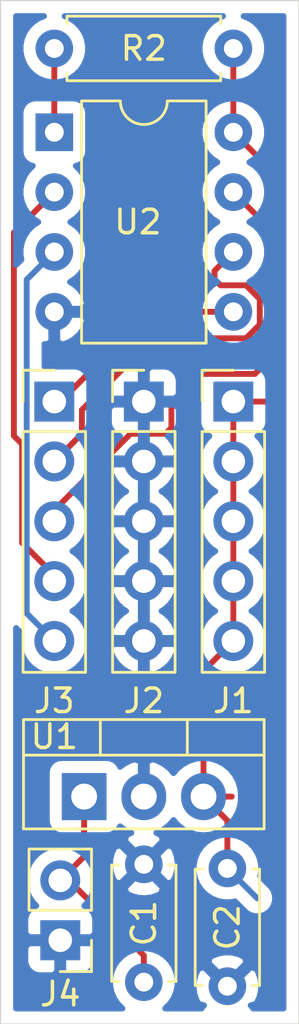
<source format=kicad_pcb>
(kicad_pcb (version 20171130) (host pcbnew 5.1.6+dfsg1-1)

  (general
    (thickness 1.6)
    (drawings 4)
    (tracks 54)
    (zones 0)
    (modules 9)
    (nets 10)
  )

  (page A4)
  (layers
    (0 F.Cu signal)
    (31 B.Cu signal)
    (32 B.Adhes user)
    (33 F.Adhes user)
    (34 B.Paste user)
    (35 F.Paste user)
    (36 B.SilkS user)
    (37 F.SilkS user)
    (38 B.Mask user)
    (39 F.Mask user)
    (40 Dwgs.User user)
    (41 Cmts.User user)
    (42 Eco1.User user)
    (43 Eco2.User user)
    (44 Edge.Cuts user)
    (45 Margin user)
    (46 B.CrtYd user)
    (47 F.CrtYd user)
    (48 B.Fab user)
    (49 F.Fab user)
  )

  (setup
    (last_trace_width 0.25)
    (trace_clearance 0.2)
    (zone_clearance 0.508)
    (zone_45_only no)
    (trace_min 0.2)
    (via_size 0.8)
    (via_drill 0.4)
    (via_min_size 0.508)
    (via_min_drill 0.254)
    (uvia_size 0.3)
    (uvia_drill 0.1)
    (uvias_allowed no)
    (uvia_min_size 0.2)
    (uvia_min_drill 0.1)
    (edge_width 0.05)
    (segment_width 0.2)
    (pcb_text_width 0.3)
    (pcb_text_size 1.5 1.5)
    (mod_edge_width 0.12)
    (mod_text_size 1 1)
    (mod_text_width 0.15)
    (pad_size 1.524 1.524)
    (pad_drill 0.762)
    (pad_to_mask_clearance 0.0508)
    (aux_axis_origin 0 0)
    (visible_elements FFFFFF7F)
    (pcbplotparams
      (layerselection 0x010fc_ffffffff)
      (usegerberextensions false)
      (usegerberattributes true)
      (usegerberadvancedattributes true)
      (creategerberjobfile true)
      (excludeedgelayer true)
      (linewidth 0.100000)
      (plotframeref false)
      (viasonmask false)
      (mode 1)
      (useauxorigin false)
      (hpglpennumber 1)
      (hpglpenspeed 20)
      (hpglpendiameter 15.000000)
      (psnegative false)
      (psa4output false)
      (plotreference true)
      (plotvalue true)
      (plotinvisibletext false)
      (padsonsilk false)
      (subtractmaskfromsilk false)
      (outputformat 1)
      (mirror false)
      (drillshape 1)
      (scaleselection 1)
      (outputdirectory ""))
  )

  (net 0 "")
  (net 1 VCC)
  (net 2 GND)
  (net 3 "Net-(C2-Pad1)")
  (net 4 "Net-(J3-Pad1)")
  (net 5 "Net-(J3-Pad2)")
  (net 6 "Net-(J3-Pad3)")
  (net 7 "Net-(J3-Pad4)")
  (net 8 "Net-(J3-Pad5)")
  (net 9 "Net-(R2-Pad2)")

  (net_class Default "This is the default net class."
    (clearance 0.2)
    (trace_width 0.25)
    (via_dia 0.8)
    (via_drill 0.4)
    (uvia_dia 0.3)
    (uvia_drill 0.1)
    (add_net GND)
    (add_net "Net-(C2-Pad1)")
    (add_net "Net-(J3-Pad1)")
    (add_net "Net-(J3-Pad2)")
    (add_net "Net-(J3-Pad3)")
    (add_net "Net-(J3-Pad4)")
    (add_net "Net-(J3-Pad5)")
    (add_net "Net-(R2-Pad2)")
    (add_net VCC)
  )

  (module Capacitor_THT:C_Disc_D4.7mm_W2.5mm_P5.00mm (layer F.Cu) (tedit 5AE50EF0) (tstamp 5ECF2234)
    (at 169.926 103.886 270)
    (descr "C, Disc series, Radial, pin pitch=5.00mm, , diameter*width=4.7*2.5mm^2, Capacitor, http://www.vishay.com/docs/45233/krseries.pdf")
    (tags "C Disc series Radial pin pitch 5.00mm  diameter 4.7mm width 2.5mm Capacitor")
    (path /5ECECADD)
    (fp_text reference C2 (at 2.5 0 90) (layer F.SilkS)
      (effects (font (size 1 1) (thickness 0.15)))
    )
    (fp_text value 0.1uF (at 2.286 -2.032 90) (layer F.Fab)
      (effects (font (size 1 1) (thickness 0.15)))
    )
    (fp_line (start 6.05 -1.5) (end -1.05 -1.5) (layer F.CrtYd) (width 0.05))
    (fp_line (start 6.05 1.5) (end 6.05 -1.5) (layer F.CrtYd) (width 0.05))
    (fp_line (start -1.05 1.5) (end 6.05 1.5) (layer F.CrtYd) (width 0.05))
    (fp_line (start -1.05 -1.5) (end -1.05 1.5) (layer F.CrtYd) (width 0.05))
    (fp_line (start 4.97 1.055) (end 4.97 1.37) (layer F.SilkS) (width 0.12))
    (fp_line (start 4.97 -1.37) (end 4.97 -1.055) (layer F.SilkS) (width 0.12))
    (fp_line (start 0.03 1.055) (end 0.03 1.37) (layer F.SilkS) (width 0.12))
    (fp_line (start 0.03 -1.37) (end 0.03 -1.055) (layer F.SilkS) (width 0.12))
    (fp_line (start 0.03 1.37) (end 4.97 1.37) (layer F.SilkS) (width 0.12))
    (fp_line (start 0.03 -1.37) (end 4.97 -1.37) (layer F.SilkS) (width 0.12))
    (fp_line (start 4.85 -1.25) (end 0.15 -1.25) (layer F.Fab) (width 0.1))
    (fp_line (start 4.85 1.25) (end 4.85 -1.25) (layer F.Fab) (width 0.1))
    (fp_line (start 0.15 1.25) (end 4.85 1.25) (layer F.Fab) (width 0.1))
    (fp_line (start 0.15 -1.25) (end 0.15 1.25) (layer F.Fab) (width 0.1))
    (fp_text user %R (at 2.5 0 90) (layer F.Fab)
      (effects (font (size 0.94 0.94) (thickness 0.141)))
    )
    (pad 2 thru_hole circle (at 5 0 270) (size 1.6 1.6) (drill 0.8) (layers *.Cu *.Mask)
      (net 2 GND))
    (pad 1 thru_hole circle (at 0 0 270) (size 1.6 1.6) (drill 0.8) (layers *.Cu *.Mask)
      (net 3 "Net-(C2-Pad1)"))
    (model ${KISYS3DMOD}/Capacitor_THT.3dshapes/C_Disc_D4.7mm_W2.5mm_P5.00mm.wrl
      (at (xyz 0 0 0))
      (scale (xyz 1 1 1))
      (rotate (xyz 0 0 0))
    )
  )

  (module Capacitor_THT:C_Disc_D4.7mm_W2.5mm_P5.00mm (layer F.Cu) (tedit 5AE50EF0) (tstamp 5ECF221F)
    (at 166.37 108.712 90)
    (descr "C, Disc series, Radial, pin pitch=5.00mm, , diameter*width=4.7*2.5mm^2, Capacitor, http://www.vishay.com/docs/45233/krseries.pdf")
    (tags "C Disc series Radial pin pitch 5.00mm  diameter 4.7mm width 2.5mm Capacitor")
    (path /5ECEC660)
    (fp_text reference C1 (at 2.5 0 90) (layer F.SilkS)
      (effects (font (size 1 1) (thickness 0.15)))
    )
    (fp_text value 0.33uF (at 2.286 -2.032 90) (layer F.Fab)
      (effects (font (size 1 1) (thickness 0.15)))
    )
    (fp_line (start 0.15 -1.25) (end 0.15 1.25) (layer F.Fab) (width 0.1))
    (fp_line (start 0.15 1.25) (end 4.85 1.25) (layer F.Fab) (width 0.1))
    (fp_line (start 4.85 1.25) (end 4.85 -1.25) (layer F.Fab) (width 0.1))
    (fp_line (start 4.85 -1.25) (end 0.15 -1.25) (layer F.Fab) (width 0.1))
    (fp_line (start 0.03 -1.37) (end 4.97 -1.37) (layer F.SilkS) (width 0.12))
    (fp_line (start 0.03 1.37) (end 4.97 1.37) (layer F.SilkS) (width 0.12))
    (fp_line (start 0.03 -1.37) (end 0.03 -1.055) (layer F.SilkS) (width 0.12))
    (fp_line (start 0.03 1.055) (end 0.03 1.37) (layer F.SilkS) (width 0.12))
    (fp_line (start 4.97 -1.37) (end 4.97 -1.055) (layer F.SilkS) (width 0.12))
    (fp_line (start 4.97 1.055) (end 4.97 1.37) (layer F.SilkS) (width 0.12))
    (fp_line (start -1.05 -1.5) (end -1.05 1.5) (layer F.CrtYd) (width 0.05))
    (fp_line (start -1.05 1.5) (end 6.05 1.5) (layer F.CrtYd) (width 0.05))
    (fp_line (start 6.05 1.5) (end 6.05 -1.5) (layer F.CrtYd) (width 0.05))
    (fp_line (start 6.05 -1.5) (end -1.05 -1.5) (layer F.CrtYd) (width 0.05))
    (fp_text user %R (at 2.5 0 90) (layer F.Fab)
      (effects (font (size 0.94 0.94) (thickness 0.141)))
    )
    (pad 1 thru_hole circle (at 0 0 90) (size 1.6 1.6) (drill 0.8) (layers *.Cu *.Mask)
      (net 1 VCC))
    (pad 2 thru_hole circle (at 5 0 90) (size 1.6 1.6) (drill 0.8) (layers *.Cu *.Mask)
      (net 2 GND))
    (model ${KISYS3DMOD}/Capacitor_THT.3dshapes/C_Disc_D4.7mm_W2.5mm_P5.00mm.wrl
      (at (xyz 0 0 0))
      (scale (xyz 1 1 1))
      (rotate (xyz 0 0 0))
    )
  )

  (module Connector_PinHeader_2.54mm:PinHeader_1x02_P2.54mm_Vertical (layer F.Cu) (tedit 59FED5CC) (tstamp 5ECF339B)
    (at 162.814 106.934 180)
    (descr "Through hole straight pin header, 1x02, 2.54mm pitch, single row")
    (tags "Through hole pin header THT 1x02 2.54mm single row")
    (path /5ED46EC3)
    (fp_text reference J4 (at 0 -2.286) (layer F.SilkS)
      (effects (font (size 1 1) (thickness 0.15)))
    )
    (fp_text value Power (at 0 4.87) (layer F.Fab)
      (effects (font (size 1 1) (thickness 0.15)))
    )
    (fp_line (start -0.635 -1.27) (end 1.27 -1.27) (layer F.Fab) (width 0.1))
    (fp_line (start 1.27 -1.27) (end 1.27 3.81) (layer F.Fab) (width 0.1))
    (fp_line (start 1.27 3.81) (end -1.27 3.81) (layer F.Fab) (width 0.1))
    (fp_line (start -1.27 3.81) (end -1.27 -0.635) (layer F.Fab) (width 0.1))
    (fp_line (start -1.27 -0.635) (end -0.635 -1.27) (layer F.Fab) (width 0.1))
    (fp_line (start -1.33 3.87) (end 1.33 3.87) (layer F.SilkS) (width 0.12))
    (fp_line (start -1.33 1.27) (end -1.33 3.87) (layer F.SilkS) (width 0.12))
    (fp_line (start 1.33 1.27) (end 1.33 3.87) (layer F.SilkS) (width 0.12))
    (fp_line (start -1.33 1.27) (end 1.33 1.27) (layer F.SilkS) (width 0.12))
    (fp_line (start -1.33 0) (end -1.33 -1.33) (layer F.SilkS) (width 0.12))
    (fp_line (start -1.33 -1.33) (end 0 -1.33) (layer F.SilkS) (width 0.12))
    (fp_line (start -1.8 -1.8) (end -1.8 4.35) (layer F.CrtYd) (width 0.05))
    (fp_line (start -1.8 4.35) (end 1.8 4.35) (layer F.CrtYd) (width 0.05))
    (fp_line (start 1.8 4.35) (end 1.8 -1.8) (layer F.CrtYd) (width 0.05))
    (fp_line (start 1.8 -1.8) (end -1.8 -1.8) (layer F.CrtYd) (width 0.05))
    (fp_text user %R (at 0 1.27 90) (layer F.Fab)
      (effects (font (size 1 1) (thickness 0.15)))
    )
    (pad 1 thru_hole rect (at 0 0 180) (size 1.7 1.7) (drill 1) (layers *.Cu *.Mask)
      (net 2 GND))
    (pad 2 thru_hole oval (at 0 2.54 180) (size 1.7 1.7) (drill 1) (layers *.Cu *.Mask)
      (net 1 VCC))
    (model ${KISYS3DMOD}/Connector_PinHeader_2.54mm.3dshapes/PinHeader_1x02_P2.54mm_Vertical.wrl
      (at (xyz 0 0 0))
      (scale (xyz 1 1 1))
      (rotate (xyz 0 0 0))
    )
  )

  (module Package_DIP:DIP-8_W7.62mm (layer F.Cu) (tedit 5A02E8C5) (tstamp 5ECF2314)
    (at 162.56 72.644)
    (descr "8-lead though-hole mounted DIP package, row spacing 7.62 mm (300 mils)")
    (tags "THT DIP DIL PDIP 2.54mm 7.62mm 300mil")
    (path /5ECEAEF4)
    (fp_text reference U2 (at 3.556 3.81) (layer F.SilkS)
      (effects (font (size 1 1) (thickness 0.15)))
    )
    (fp_text value ATtiny85-20PU (at 4.064 3.81 90) (layer F.Fab)
      (effects (font (size 1 1) (thickness 0.15)))
    )
    (fp_line (start 1.635 -1.27) (end 6.985 -1.27) (layer F.Fab) (width 0.1))
    (fp_line (start 6.985 -1.27) (end 6.985 8.89) (layer F.Fab) (width 0.1))
    (fp_line (start 6.985 8.89) (end 0.635 8.89) (layer F.Fab) (width 0.1))
    (fp_line (start 0.635 8.89) (end 0.635 -0.27) (layer F.Fab) (width 0.1))
    (fp_line (start 0.635 -0.27) (end 1.635 -1.27) (layer F.Fab) (width 0.1))
    (fp_line (start 2.81 -1.33) (end 1.16 -1.33) (layer F.SilkS) (width 0.12))
    (fp_line (start 1.16 -1.33) (end 1.16 8.95) (layer F.SilkS) (width 0.12))
    (fp_line (start 1.16 8.95) (end 6.46 8.95) (layer F.SilkS) (width 0.12))
    (fp_line (start 6.46 8.95) (end 6.46 -1.33) (layer F.SilkS) (width 0.12))
    (fp_line (start 6.46 -1.33) (end 4.81 -1.33) (layer F.SilkS) (width 0.12))
    (fp_line (start -1.1 -1.55) (end -1.1 9.15) (layer F.CrtYd) (width 0.05))
    (fp_line (start -1.1 9.15) (end 8.7 9.15) (layer F.CrtYd) (width 0.05))
    (fp_line (start 8.7 9.15) (end 8.7 -1.55) (layer F.CrtYd) (width 0.05))
    (fp_line (start 8.7 -1.55) (end -1.1 -1.55) (layer F.CrtYd) (width 0.05))
    (fp_arc (start 3.81 -1.33) (end 2.81 -1.33) (angle -180) (layer F.SilkS) (width 0.12))
    (pad 1 thru_hole rect (at 0 0) (size 1.6 1.6) (drill 0.8) (layers *.Cu *.Mask)
      (net 9 "Net-(R2-Pad2)"))
    (pad 5 thru_hole oval (at 7.62 7.62) (size 1.6 1.6) (drill 0.8) (layers *.Cu *.Mask)
      (net 4 "Net-(J3-Pad1)"))
    (pad 2 thru_hole oval (at 0 2.54) (size 1.6 1.6) (drill 0.8) (layers *.Cu *.Mask)
      (net 7 "Net-(J3-Pad4)"))
    (pad 6 thru_hole oval (at 7.62 5.08) (size 1.6 1.6) (drill 0.8) (layers *.Cu *.Mask)
      (net 5 "Net-(J3-Pad2)"))
    (pad 3 thru_hole oval (at 0 5.08) (size 1.6 1.6) (drill 0.8) (layers *.Cu *.Mask)
      (net 8 "Net-(J3-Pad5)"))
    (pad 7 thru_hole oval (at 7.62 2.54) (size 1.6 1.6) (drill 0.8) (layers *.Cu *.Mask)
      (net 6 "Net-(J3-Pad3)"))
    (pad 4 thru_hole oval (at 0 7.62) (size 1.6 1.6) (drill 0.8) (layers *.Cu *.Mask)
      (net 2 GND))
    (pad 8 thru_hole oval (at 7.62 0) (size 1.6 1.6) (drill 0.8) (layers *.Cu *.Mask)
      (net 3 "Net-(C2-Pad1)"))
    (model ${KISYS3DMOD}/Package_DIP.3dshapes/DIP-8_W7.62mm.wrl
      (at (xyz 0 0 0))
      (scale (xyz 1 1 1))
      (rotate (xyz 0 0 0))
    )
  )

  (module Package_TO_SOT_THT:TO-220-3_Vertical (layer F.Cu) (tedit 5AC8BA0D) (tstamp 5ECF22F8)
    (at 163.83 100.838)
    (descr "TO-220-3, Vertical, RM 2.54mm, see https://www.vishay.com/docs/66542/to-220-1.pdf")
    (tags "TO-220-3 Vertical RM 2.54mm")
    (path /5ECEA51E)
    (fp_text reference U1 (at -1.27 -2.54) (layer F.SilkS)
      (effects (font (size 1 1) (thickness 0.15)))
    )
    (fp_text value L7805 (at 2.286 -2.54) (layer F.Fab)
      (effects (font (size 1 1) (thickness 0.15)))
    )
    (fp_line (start -2.46 -3.15) (end -2.46 1.25) (layer F.Fab) (width 0.1))
    (fp_line (start -2.46 1.25) (end 7.54 1.25) (layer F.Fab) (width 0.1))
    (fp_line (start 7.54 1.25) (end 7.54 -3.15) (layer F.Fab) (width 0.1))
    (fp_line (start 7.54 -3.15) (end -2.46 -3.15) (layer F.Fab) (width 0.1))
    (fp_line (start -2.46 -1.88) (end 7.54 -1.88) (layer F.Fab) (width 0.1))
    (fp_line (start 0.69 -3.15) (end 0.69 -1.88) (layer F.Fab) (width 0.1))
    (fp_line (start 4.39 -3.15) (end 4.39 -1.88) (layer F.Fab) (width 0.1))
    (fp_line (start -2.58 -3.27) (end 7.66 -3.27) (layer F.SilkS) (width 0.12))
    (fp_line (start -2.58 1.371) (end 7.66 1.371) (layer F.SilkS) (width 0.12))
    (fp_line (start -2.58 -3.27) (end -2.58 1.371) (layer F.SilkS) (width 0.12))
    (fp_line (start 7.66 -3.27) (end 7.66 1.371) (layer F.SilkS) (width 0.12))
    (fp_line (start -2.58 -1.76) (end 7.66 -1.76) (layer F.SilkS) (width 0.12))
    (fp_line (start 0.69 -3.27) (end 0.69 -1.76) (layer F.SilkS) (width 0.12))
    (fp_line (start 4.391 -3.27) (end 4.391 -1.76) (layer F.SilkS) (width 0.12))
    (fp_line (start -2.71 -3.4) (end -2.71 1.51) (layer F.CrtYd) (width 0.05))
    (fp_line (start -2.71 1.51) (end 7.79 1.51) (layer F.CrtYd) (width 0.05))
    (fp_line (start 7.79 1.51) (end 7.79 -3.4) (layer F.CrtYd) (width 0.05))
    (fp_line (start 7.79 -3.4) (end -2.71 -3.4) (layer F.CrtYd) (width 0.05))
    (fp_text user %R (at 2.54 -4.27) (layer F.Fab)
      (effects (font (size 1 1) (thickness 0.15)))
    )
    (pad 1 thru_hole rect (at 0 0) (size 1.905 2) (drill 1.1) (layers *.Cu *.Mask)
      (net 1 VCC))
    (pad 2 thru_hole oval (at 2.54 0) (size 1.905 2) (drill 1.1) (layers *.Cu *.Mask)
      (net 2 GND))
    (pad 3 thru_hole oval (at 5.08 0) (size 1.905 2) (drill 1.1) (layers *.Cu *.Mask)
      (net 3 "Net-(C2-Pad1)"))
    (model ${KISYS3DMOD}/Package_TO_SOT_THT.3dshapes/TO-220-3_Vertical.wrl
      (at (xyz 0 0 0))
      (scale (xyz 1 1 1))
      (rotate (xyz 0 0 0))
    )
  )

  (module Connector_PinHeader_2.54mm:PinHeader_1x05_P2.54mm_Vertical (layer F.Cu) (tedit 59FED5CC) (tstamp 5ECF225F)
    (at 170.18 84.074)
    (descr "Through hole straight pin header, 1x05, 2.54mm pitch, single row")
    (tags "Through hole pin header THT 1x05 2.54mm single row")
    (path /5ED2BBB8)
    (fp_text reference J1 (at 0 12.7) (layer F.SilkS)
      (effects (font (size 1 1) (thickness 0.15)))
    )
    (fp_text value 5v (at 0 12.49) (layer F.Fab)
      (effects (font (size 1 1) (thickness 0.15)))
    )
    (fp_line (start -0.635 -1.27) (end 1.27 -1.27) (layer F.Fab) (width 0.1))
    (fp_line (start 1.27 -1.27) (end 1.27 11.43) (layer F.Fab) (width 0.1))
    (fp_line (start 1.27 11.43) (end -1.27 11.43) (layer F.Fab) (width 0.1))
    (fp_line (start -1.27 11.43) (end -1.27 -0.635) (layer F.Fab) (width 0.1))
    (fp_line (start -1.27 -0.635) (end -0.635 -1.27) (layer F.Fab) (width 0.1))
    (fp_line (start -1.33 11.49) (end 1.33 11.49) (layer F.SilkS) (width 0.12))
    (fp_line (start -1.33 1.27) (end -1.33 11.49) (layer F.SilkS) (width 0.12))
    (fp_line (start 1.33 1.27) (end 1.33 11.49) (layer F.SilkS) (width 0.12))
    (fp_line (start -1.33 1.27) (end 1.33 1.27) (layer F.SilkS) (width 0.12))
    (fp_line (start -1.33 0) (end -1.33 -1.33) (layer F.SilkS) (width 0.12))
    (fp_line (start -1.33 -1.33) (end 0 -1.33) (layer F.SilkS) (width 0.12))
    (fp_line (start -1.8 -1.8) (end -1.8 11.95) (layer F.CrtYd) (width 0.05))
    (fp_line (start -1.8 11.95) (end 1.8 11.95) (layer F.CrtYd) (width 0.05))
    (fp_line (start 1.8 11.95) (end 1.8 -1.8) (layer F.CrtYd) (width 0.05))
    (fp_line (start 1.8 -1.8) (end -1.8 -1.8) (layer F.CrtYd) (width 0.05))
    (fp_text user %R (at 0 5.08 90) (layer F.Fab)
      (effects (font (size 1 1) (thickness 0.15)))
    )
    (pad 1 thru_hole rect (at 0 0) (size 1.7 1.7) (drill 1) (layers *.Cu *.Mask)
      (net 3 "Net-(C2-Pad1)"))
    (pad 2 thru_hole oval (at 0 2.54) (size 1.7 1.7) (drill 1) (layers *.Cu *.Mask)
      (net 3 "Net-(C2-Pad1)"))
    (pad 3 thru_hole oval (at 0 5.08) (size 1.7 1.7) (drill 1) (layers *.Cu *.Mask)
      (net 3 "Net-(C2-Pad1)"))
    (pad 4 thru_hole oval (at 0 7.62) (size 1.7 1.7) (drill 1) (layers *.Cu *.Mask)
      (net 3 "Net-(C2-Pad1)"))
    (pad 5 thru_hole oval (at 0 10.16) (size 1.7 1.7) (drill 1) (layers *.Cu *.Mask)
      (net 3 "Net-(C2-Pad1)"))
    (model ${KISYS3DMOD}/Connector_PinHeader_2.54mm.3dshapes/PinHeader_1x05_P2.54mm_Vertical.wrl
      (at (xyz 0 0 0))
      (scale (xyz 1 1 1))
      (rotate (xyz 0 0 0))
    )
  )

  (module Connector_PinHeader_2.54mm:PinHeader_1x05_P2.54mm_Vertical (layer F.Cu) (tedit 59FED5CC) (tstamp 5ECF2278)
    (at 166.37 84.074)
    (descr "Through hole straight pin header, 1x05, 2.54mm pitch, single row")
    (tags "Through hole pin header THT 1x05 2.54mm single row")
    (path /5ED27EBA)
    (fp_text reference J2 (at 0 12.7) (layer F.SilkS)
      (effects (font (size 1 1) (thickness 0.15)))
    )
    (fp_text value GND (at 0 12.49) (layer F.Fab)
      (effects (font (size 1 1) (thickness 0.15)))
    )
    (fp_line (start 1.8 -1.8) (end -1.8 -1.8) (layer F.CrtYd) (width 0.05))
    (fp_line (start 1.8 11.95) (end 1.8 -1.8) (layer F.CrtYd) (width 0.05))
    (fp_line (start -1.8 11.95) (end 1.8 11.95) (layer F.CrtYd) (width 0.05))
    (fp_line (start -1.8 -1.8) (end -1.8 11.95) (layer F.CrtYd) (width 0.05))
    (fp_line (start -1.33 -1.33) (end 0 -1.33) (layer F.SilkS) (width 0.12))
    (fp_line (start -1.33 0) (end -1.33 -1.33) (layer F.SilkS) (width 0.12))
    (fp_line (start -1.33 1.27) (end 1.33 1.27) (layer F.SilkS) (width 0.12))
    (fp_line (start 1.33 1.27) (end 1.33 11.49) (layer F.SilkS) (width 0.12))
    (fp_line (start -1.33 1.27) (end -1.33 11.49) (layer F.SilkS) (width 0.12))
    (fp_line (start -1.33 11.49) (end 1.33 11.49) (layer F.SilkS) (width 0.12))
    (fp_line (start -1.27 -0.635) (end -0.635 -1.27) (layer F.Fab) (width 0.1))
    (fp_line (start -1.27 11.43) (end -1.27 -0.635) (layer F.Fab) (width 0.1))
    (fp_line (start 1.27 11.43) (end -1.27 11.43) (layer F.Fab) (width 0.1))
    (fp_line (start 1.27 -1.27) (end 1.27 11.43) (layer F.Fab) (width 0.1))
    (fp_line (start -0.635 -1.27) (end 1.27 -1.27) (layer F.Fab) (width 0.1))
    (fp_text user %R (at 0 5.08 90) (layer F.Fab)
      (effects (font (size 1 1) (thickness 0.15)))
    )
    (pad 5 thru_hole oval (at 0 10.16) (size 1.7 1.7) (drill 1) (layers *.Cu *.Mask)
      (net 2 GND))
    (pad 4 thru_hole oval (at 0 7.62) (size 1.7 1.7) (drill 1) (layers *.Cu *.Mask)
      (net 2 GND))
    (pad 3 thru_hole oval (at 0 5.08) (size 1.7 1.7) (drill 1) (layers *.Cu *.Mask)
      (net 2 GND))
    (pad 2 thru_hole oval (at 0 2.54) (size 1.7 1.7) (drill 1) (layers *.Cu *.Mask)
      (net 2 GND))
    (pad 1 thru_hole rect (at 0 0) (size 1.7 1.7) (drill 1) (layers *.Cu *.Mask)
      (net 2 GND))
    (model ${KISYS3DMOD}/Connector_PinHeader_2.54mm.3dshapes/PinHeader_1x05_P2.54mm_Vertical.wrl
      (at (xyz 0 0 0))
      (scale (xyz 1 1 1))
      (rotate (xyz 0 0 0))
    )
  )

  (module Connector_PinHeader_2.54mm:PinHeader_1x05_P2.54mm_Vertical (layer F.Cu) (tedit 59FED5CC) (tstamp 5ECF2291)
    (at 162.56 84.074)
    (descr "Through hole straight pin header, 1x05, 2.54mm pitch, single row")
    (tags "Through hole pin header THT 1x05 2.54mm single row")
    (path /5ED0B265)
    (fp_text reference J3 (at 0 12.7) (layer F.SilkS)
      (effects (font (size 1 1) (thickness 0.15)))
    )
    (fp_text value GPIO (at 0 12.49) (layer F.Fab)
      (effects (font (size 1 1) (thickness 0.15)))
    )
    (fp_line (start -0.635 -1.27) (end 1.27 -1.27) (layer F.Fab) (width 0.1))
    (fp_line (start 1.27 -1.27) (end 1.27 11.43) (layer F.Fab) (width 0.1))
    (fp_line (start 1.27 11.43) (end -1.27 11.43) (layer F.Fab) (width 0.1))
    (fp_line (start -1.27 11.43) (end -1.27 -0.635) (layer F.Fab) (width 0.1))
    (fp_line (start -1.27 -0.635) (end -0.635 -1.27) (layer F.Fab) (width 0.1))
    (fp_line (start -1.33 11.49) (end 1.33 11.49) (layer F.SilkS) (width 0.12))
    (fp_line (start -1.33 1.27) (end -1.33 11.49) (layer F.SilkS) (width 0.12))
    (fp_line (start 1.33 1.27) (end 1.33 11.49) (layer F.SilkS) (width 0.12))
    (fp_line (start -1.33 1.27) (end 1.33 1.27) (layer F.SilkS) (width 0.12))
    (fp_line (start -1.33 0) (end -1.33 -1.33) (layer F.SilkS) (width 0.12))
    (fp_line (start -1.33 -1.33) (end 0 -1.33) (layer F.SilkS) (width 0.12))
    (fp_line (start -1.8 -1.8) (end -1.8 11.95) (layer F.CrtYd) (width 0.05))
    (fp_line (start -1.8 11.95) (end 1.8 11.95) (layer F.CrtYd) (width 0.05))
    (fp_line (start 1.8 11.95) (end 1.8 -1.8) (layer F.CrtYd) (width 0.05))
    (fp_line (start 1.8 -1.8) (end -1.8 -1.8) (layer F.CrtYd) (width 0.05))
    (fp_text user %R (at 0 5.08 90) (layer F.Fab)
      (effects (font (size 1 1) (thickness 0.15)))
    )
    (pad 1 thru_hole rect (at 0 0) (size 1.7 1.7) (drill 1) (layers *.Cu *.Mask)
      (net 4 "Net-(J3-Pad1)"))
    (pad 2 thru_hole oval (at 0 2.54) (size 1.7 1.7) (drill 1) (layers *.Cu *.Mask)
      (net 5 "Net-(J3-Pad2)"))
    (pad 3 thru_hole oval (at 0 5.08) (size 1.7 1.7) (drill 1) (layers *.Cu *.Mask)
      (net 6 "Net-(J3-Pad3)"))
    (pad 4 thru_hole oval (at 0 7.62) (size 1.7 1.7) (drill 1) (layers *.Cu *.Mask)
      (net 7 "Net-(J3-Pad4)"))
    (pad 5 thru_hole oval (at 0 10.16) (size 1.7 1.7) (drill 1) (layers *.Cu *.Mask)
      (net 8 "Net-(J3-Pad5)"))
    (model ${KISYS3DMOD}/Connector_PinHeader_2.54mm.3dshapes/PinHeader_1x05_P2.54mm_Vertical.wrl
      (at (xyz 0 0 0))
      (scale (xyz 1 1 1))
      (rotate (xyz 0 0 0))
    )
  )

  (module Resistor_THT:R_Axial_DIN0207_L6.3mm_D2.5mm_P7.62mm_Horizontal (layer F.Cu) (tedit 5AE5139B) (tstamp 5ECF22BF)
    (at 170.18 69.088 180)
    (descr "Resistor, Axial_DIN0207 series, Axial, Horizontal, pin pitch=7.62mm, 0.25W = 1/4W, length*diameter=6.3*2.5mm^2, http://cdn-reichelt.de/documents/datenblatt/B400/1_4W%23YAG.pdf")
    (tags "Resistor Axial_DIN0207 series Axial Horizontal pin pitch 7.62mm 0.25W = 1/4W length 6.3mm diameter 2.5mm")
    (path /5ECED0A5)
    (fp_text reference R2 (at 3.81 0) (layer F.SilkS)
      (effects (font (size 1 1) (thickness 0.15)))
    )
    (fp_text value 10K (at 2.794 0) (layer F.Fab)
      (effects (font (size 1 1) (thickness 0.15)))
    )
    (fp_line (start 0.66 -1.25) (end 0.66 1.25) (layer F.Fab) (width 0.1))
    (fp_line (start 0.66 1.25) (end 6.96 1.25) (layer F.Fab) (width 0.1))
    (fp_line (start 6.96 1.25) (end 6.96 -1.25) (layer F.Fab) (width 0.1))
    (fp_line (start 6.96 -1.25) (end 0.66 -1.25) (layer F.Fab) (width 0.1))
    (fp_line (start 0 0) (end 0.66 0) (layer F.Fab) (width 0.1))
    (fp_line (start 7.62 0) (end 6.96 0) (layer F.Fab) (width 0.1))
    (fp_line (start 0.54 -1.04) (end 0.54 -1.37) (layer F.SilkS) (width 0.12))
    (fp_line (start 0.54 -1.37) (end 7.08 -1.37) (layer F.SilkS) (width 0.12))
    (fp_line (start 7.08 -1.37) (end 7.08 -1.04) (layer F.SilkS) (width 0.12))
    (fp_line (start 0.54 1.04) (end 0.54 1.37) (layer F.SilkS) (width 0.12))
    (fp_line (start 0.54 1.37) (end 7.08 1.37) (layer F.SilkS) (width 0.12))
    (fp_line (start 7.08 1.37) (end 7.08 1.04) (layer F.SilkS) (width 0.12))
    (fp_line (start -1.05 -1.5) (end -1.05 1.5) (layer F.CrtYd) (width 0.05))
    (fp_line (start -1.05 1.5) (end 8.67 1.5) (layer F.CrtYd) (width 0.05))
    (fp_line (start 8.67 1.5) (end 8.67 -1.5) (layer F.CrtYd) (width 0.05))
    (fp_line (start 8.67 -1.5) (end -1.05 -1.5) (layer F.CrtYd) (width 0.05))
    (fp_text user %R (at 5.334 0 180) (layer F.Fab)
      (effects (font (size 1 1) (thickness 0.15)))
    )
    (pad 1 thru_hole circle (at 0 0 180) (size 1.6 1.6) (drill 0.8) (layers *.Cu *.Mask)
      (net 3 "Net-(C2-Pad1)"))
    (pad 2 thru_hole oval (at 7.62 0 180) (size 1.6 1.6) (drill 0.8) (layers *.Cu *.Mask)
      (net 9 "Net-(R2-Pad2)"))
    (model ${KISYS3DMOD}/Resistor_THT.3dshapes/R_Axial_DIN0207_L6.3mm_D2.5mm_P7.62mm_Horizontal.wrl
      (at (xyz 0 0 0))
      (scale (xyz 1 1 1))
      (rotate (xyz 0 0 0))
    )
  )

  (gr_line (start 160.274 110.49) (end 160.274 67.056) (layer Edge.Cuts) (width 0.05) (tstamp 5ECFE137))
  (gr_line (start 172.974 110.49) (end 160.274 110.49) (layer Edge.Cuts) (width 0.05))
  (gr_line (start 172.974 67.056) (end 172.974 110.49) (layer Edge.Cuts) (width 0.05))
  (gr_line (start 160.274 67.056) (end 172.974 67.056) (layer Edge.Cuts) (width 0.05))

  (segment (start 163.18337 104.394) (end 162.814 104.394) (width 0.25) (layer F.Cu) (net 1))
  (segment (start 166.37 107.58063) (end 163.18337 104.394) (width 0.25) (layer F.Cu) (net 1))
  (segment (start 166.37 108.712) (end 166.37 107.58063) (width 0.25) (layer F.Cu) (net 1))
  (segment (start 163.83 103.378) (end 162.814 104.394) (width 0.25) (layer F.Cu) (net 1))
  (segment (start 163.83 100.838) (end 163.83 103.378) (width 0.25) (layer F.Cu) (net 1))
  (segment (start 170.18 104.14) (end 171.196 105.156) (width 0.25) (layer B.Cu) (net 3))
  (segment (start 170.18 69.088) (end 170.18 72.644) (width 0.25) (layer F.Cu) (net 3))
  (segment (start 169.926 101.854) (end 168.91 100.838) (width 0.25) (layer F.Cu) (net 3))
  (segment (start 169.926 103.886) (end 169.926 101.854) (width 0.25) (layer F.Cu) (net 3))
  (segment (start 170.979999 73.443999) (end 170.18 72.644) (width 0.25) (layer F.Cu) (net 3))
  (segment (start 172.205023 74.669023) (end 170.979999 73.443999) (width 0.25) (layer F.Cu) (net 3))
  (segment (start 168.91 100.838) (end 170.1125 100.838) (width 0.25) (layer F.Cu) (net 3))
  (segment (start 168.91 95.504) (end 170.18 94.234) (width 0.25) (layer F.Cu) (net 3))
  (segment (start 168.91 100.838) (end 168.91 95.504) (width 0.25) (layer F.Cu) (net 3))
  (segment (start 170.18 94.234) (end 170.18 91.694) (width 0.25) (layer F.Cu) (net 3))
  (segment (start 170.18 91.694) (end 170.18 89.154) (width 0.25) (layer F.Cu) (net 3))
  (segment (start 170.18 84.074) (end 170.18 86.614) (width 0.25) (layer F.Cu) (net 3))
  (segment (start 170.18 89.154) (end 170.18 86.614) (width 0.25) (layer F.Cu) (net 3))
  (segment (start 171.704 84.074) (end 172.205023 83.572977) (width 0.25) (layer F.Cu) (net 3))
  (segment (start 170.18 84.074) (end 171.704 84.074) (width 0.25) (layer F.Cu) (net 3))
  (segment (start 172.205023 83.572977) (end 172.205023 74.669023) (width 0.25) (layer F.Cu) (net 3))
  (segment (start 166.624 80.264) (end 162.814 84.074) (width 0.25) (layer F.Cu) (net 4))
  (segment (start 170.18 80.264) (end 166.624 80.264) (width 0.25) (layer F.Cu) (net 4))
  (segment (start 170.720001 81.389001) (end 166.769997 81.389001) (width 0.25) (layer F.Cu) (net 5))
  (segment (start 171.305001 80.804001) (end 170.720001 81.389001) (width 0.25) (layer F.Cu) (net 5))
  (segment (start 171.305001 79.723999) (end 171.305001 80.804001) (width 0.25) (layer F.Cu) (net 5))
  (segment (start 170.720001 79.138999) (end 171.305001 79.723999) (width 0.25) (layer F.Cu) (net 5))
  (segment (start 169.639999 79.138999) (end 170.720001 79.138999) (width 0.25) (layer F.Cu) (net 5))
  (segment (start 169.380001 78.523999) (end 169.380001 78.879001) (width 0.25) (layer F.Cu) (net 5))
  (segment (start 170.18 77.724) (end 169.380001 78.523999) (width 0.25) (layer F.Cu) (net 5))
  (segment (start 163.735001 84.423997) (end 163.735001 85.438999) (width 0.25) (layer F.Cu) (net 5))
  (segment (start 166.769997 81.389001) (end 163.735001 84.423997) (width 0.25) (layer F.Cu) (net 5))
  (segment (start 169.380001 78.879001) (end 169.639999 79.138999) (width 0.25) (layer F.Cu) (net 5))
  (segment (start 163.735001 85.438999) (end 162.56 86.614) (width 0.25) (layer F.Cu) (net 5))
  (segment (start 171.755012 76.759012) (end 171.755012 82.244988) (width 0.25) (layer F.Cu) (net 6))
  (segment (start 168.815999 82.898999) (end 167.545001 84.169997) (width 0.25) (layer F.Cu) (net 6))
  (segment (start 170.18 75.184) (end 171.755012 76.759012) (width 0.25) (layer F.Cu) (net 6))
  (segment (start 167.545001 84.169997) (end 167.545001 85.184001) (width 0.25) (layer F.Cu) (net 6))
  (segment (start 165.805999 85.438999) (end 162.814 88.430998) (width 0.25) (layer F.Cu) (net 6))
  (segment (start 167.545001 85.184001) (end 167.290003 85.438999) (width 0.25) (layer F.Cu) (net 6))
  (segment (start 167.290003 85.438999) (end 165.805999 85.438999) (width 0.25) (layer F.Cu) (net 6))
  (segment (start 171.101001 82.898999) (end 168.815999 82.898999) (width 0.25) (layer F.Cu) (net 6))
  (segment (start 171.755012 82.244988) (end 171.101001 82.898999) (width 0.25) (layer F.Cu) (net 6))
  (segment (start 162.814 88.430998) (end 162.814 89.154) (width 0.25) (layer F.Cu) (net 6))
  (segment (start 161.188988 90.068988) (end 161.964001 90.844001) (width 0.25) (layer F.Cu) (net 7))
  (segment (start 162.56 75.184) (end 160.839989 76.904011) (width 0.25) (layer F.Cu) (net 7))
  (segment (start 160.839989 76.904011) (end 160.839989 85.5304) (width 0.25) (layer F.Cu) (net 7))
  (segment (start 160.839989 85.5304) (end 161.188988 85.879399) (width 0.25) (layer F.Cu) (net 7))
  (segment (start 161.188988 85.879399) (end 161.188988 90.068988) (width 0.25) (layer F.Cu) (net 7))
  (segment (start 161.964001 90.844001) (end 162.814 91.694) (width 0.25) (layer F.Cu) (net 7))
  (segment (start 161.384999 93.058999) (end 162.56 94.234) (width 0.25) (layer B.Cu) (net 8))
  (segment (start 161.384999 78.899001) (end 161.384999 93.058999) (width 0.25) (layer B.Cu) (net 8))
  (segment (start 162.56 77.724) (end 161.384999 78.899001) (width 0.25) (layer B.Cu) (net 8))
  (segment (start 162.56 72.644) (end 162.56 69.088) (width 0.25) (layer F.Cu) (net 9))

  (zone (net 2) (net_name GND) (layer B.Cu) (tstamp 5ECFE482) (hatch edge 0.508)
    (connect_pads (clearance 0.508))
    (min_thickness 0.254)
    (fill yes (arc_segments 32) (thermal_gap 0.508) (thermal_bridge_width 0.508))
    (polygon
      (pts
        (xy 172.974 110.49) (xy 160.528 110.49) (xy 160.274 67.056) (xy 172.974 67.056)
      )
    )
    (filled_polygon
      (pts
        (xy 161.880273 67.81632) (xy 161.645241 67.973363) (xy 161.445363 68.173241) (xy 161.28832 68.408273) (xy 161.180147 68.669426)
        (xy 161.125 68.946665) (xy 161.125 69.229335) (xy 161.180147 69.506574) (xy 161.28832 69.767727) (xy 161.445363 70.002759)
        (xy 161.645241 70.202637) (xy 161.880273 70.35968) (xy 162.141426 70.467853) (xy 162.418665 70.523) (xy 162.701335 70.523)
        (xy 162.978574 70.467853) (xy 163.239727 70.35968) (xy 163.474759 70.202637) (xy 163.674637 70.002759) (xy 163.83168 69.767727)
        (xy 163.939853 69.506574) (xy 163.995 69.229335) (xy 163.995 68.946665) (xy 163.939853 68.669426) (xy 163.83168 68.408273)
        (xy 163.674637 68.173241) (xy 163.474759 67.973363) (xy 163.239727 67.81632) (xy 162.997533 67.716) (xy 169.742467 67.716)
        (xy 169.500273 67.81632) (xy 169.265241 67.973363) (xy 169.065363 68.173241) (xy 168.90832 68.408273) (xy 168.800147 68.669426)
        (xy 168.745 68.946665) (xy 168.745 69.229335) (xy 168.800147 69.506574) (xy 168.90832 69.767727) (xy 169.065363 70.002759)
        (xy 169.265241 70.202637) (xy 169.500273 70.35968) (xy 169.761426 70.467853) (xy 170.038665 70.523) (xy 170.321335 70.523)
        (xy 170.598574 70.467853) (xy 170.859727 70.35968) (xy 171.094759 70.202637) (xy 171.294637 70.002759) (xy 171.45168 69.767727)
        (xy 171.559853 69.506574) (xy 171.615 69.229335) (xy 171.615 68.946665) (xy 171.559853 68.669426) (xy 171.45168 68.408273)
        (xy 171.294637 68.173241) (xy 171.094759 67.973363) (xy 170.859727 67.81632) (xy 170.617533 67.716) (xy 172.314 67.716)
        (xy 172.314001 109.83) (xy 171.020347 109.83) (xy 171.034977 109.81537) (xy 170.918704 109.699097) (xy 171.162671 109.627514)
        (xy 171.283571 109.372004) (xy 171.3523 109.097816) (xy 171.366217 108.815488) (xy 171.324787 108.53587) (xy 171.229603 108.269708)
        (xy 171.162671 108.144486) (xy 170.918702 108.072903) (xy 170.105605 108.886) (xy 170.119748 108.900143) (xy 169.940143 109.079748)
        (xy 169.926 109.065605) (xy 169.911858 109.079748) (xy 169.732253 108.900143) (xy 169.746395 108.886) (xy 168.933298 108.072903)
        (xy 168.689329 108.144486) (xy 168.568429 108.399996) (xy 168.4997 108.674184) (xy 168.485783 108.956512) (xy 168.527213 109.23613)
        (xy 168.622397 109.502292) (xy 168.689329 109.627514) (xy 168.933296 109.699097) (xy 168.817023 109.81537) (xy 168.831653 109.83)
        (xy 167.279726 109.83) (xy 167.284759 109.826637) (xy 167.484637 109.626759) (xy 167.64168 109.391727) (xy 167.749853 109.130574)
        (xy 167.805 108.853335) (xy 167.805 108.570665) (xy 167.749853 108.293426) (xy 167.64168 108.032273) (xy 167.548821 107.893298)
        (xy 169.112903 107.893298) (xy 169.926 108.706395) (xy 170.739097 107.893298) (xy 170.667514 107.649329) (xy 170.412004 107.528429)
        (xy 170.137816 107.4597) (xy 169.855488 107.445783) (xy 169.57587 107.487213) (xy 169.309708 107.582397) (xy 169.184486 107.649329)
        (xy 169.112903 107.893298) (xy 167.548821 107.893298) (xy 167.484637 107.797241) (xy 167.284759 107.597363) (xy 167.049727 107.44032)
        (xy 166.788574 107.332147) (xy 166.511335 107.277) (xy 166.228665 107.277) (xy 165.951426 107.332147) (xy 165.690273 107.44032)
        (xy 165.455241 107.597363) (xy 165.255363 107.797241) (xy 165.09832 108.032273) (xy 164.990147 108.293426) (xy 164.935 108.570665)
        (xy 164.935 108.853335) (xy 164.990147 109.130574) (xy 165.09832 109.391727) (xy 165.255363 109.626759) (xy 165.455241 109.826637)
        (xy 165.460274 109.83) (xy 160.934 109.83) (xy 160.934 107.784) (xy 161.325928 107.784) (xy 161.338188 107.908482)
        (xy 161.374498 108.02818) (xy 161.433463 108.138494) (xy 161.512815 108.235185) (xy 161.609506 108.314537) (xy 161.71982 108.373502)
        (xy 161.839518 108.409812) (xy 161.964 108.422072) (xy 162.52825 108.419) (xy 162.687 108.26025) (xy 162.687 107.061)
        (xy 162.941 107.061) (xy 162.941 108.26025) (xy 163.09975 108.419) (xy 163.664 108.422072) (xy 163.788482 108.409812)
        (xy 163.90818 108.373502) (xy 164.018494 108.314537) (xy 164.115185 108.235185) (xy 164.194537 108.138494) (xy 164.253502 108.02818)
        (xy 164.289812 107.908482) (xy 164.302072 107.784) (xy 164.299 107.21975) (xy 164.14025 107.061) (xy 162.941 107.061)
        (xy 162.687 107.061) (xy 161.48775 107.061) (xy 161.329 107.21975) (xy 161.325928 107.784) (xy 160.934 107.784)
        (xy 160.934 106.084) (xy 161.325928 106.084) (xy 161.329 106.64825) (xy 161.48775 106.807) (xy 162.687 106.807)
        (xy 162.687 106.787) (xy 162.941 106.787) (xy 162.941 106.807) (xy 164.14025 106.807) (xy 164.299 106.64825)
        (xy 164.302072 106.084) (xy 164.289812 105.959518) (xy 164.253502 105.83982) (xy 164.194537 105.729506) (xy 164.115185 105.632815)
        (xy 164.018494 105.553463) (xy 163.90818 105.494498) (xy 163.83562 105.472487) (xy 163.967475 105.340632) (xy 164.12999 105.097411)
        (xy 164.241932 104.827158) (xy 164.26629 104.704702) (xy 165.556903 104.704702) (xy 165.628486 104.948671) (xy 165.883996 105.069571)
        (xy 166.158184 105.1383) (xy 166.440512 105.152217) (xy 166.72013 105.110787) (xy 166.986292 105.015603) (xy 167.111514 104.948671)
        (xy 167.183097 104.704702) (xy 166.37 103.891605) (xy 165.556903 104.704702) (xy 164.26629 104.704702) (xy 164.299 104.54026)
        (xy 164.299 104.24774) (xy 164.241932 103.960842) (xy 164.168066 103.782512) (xy 164.929783 103.782512) (xy 164.971213 104.06213)
        (xy 165.066397 104.328292) (xy 165.133329 104.453514) (xy 165.377298 104.525097) (xy 166.190395 103.712) (xy 166.549605 103.712)
        (xy 167.362702 104.525097) (xy 167.606671 104.453514) (xy 167.727571 104.198004) (xy 167.7963 103.923816) (xy 167.805131 103.744665)
        (xy 168.491 103.744665) (xy 168.491 104.027335) (xy 168.546147 104.304574) (xy 168.65432 104.565727) (xy 168.811363 104.800759)
        (xy 169.011241 105.000637) (xy 169.246273 105.15768) (xy 169.507426 105.265853) (xy 169.784665 105.321) (xy 170.067335 105.321)
        (xy 170.249886 105.284688) (xy 170.684997 105.719799) (xy 170.771723 105.790974) (xy 170.903753 105.861546) (xy 171.047014 105.905002)
        (xy 171.196 105.919676) (xy 171.344985 105.905002) (xy 171.488246 105.861546) (xy 171.620276 105.790974) (xy 171.736001 105.696001)
        (xy 171.830974 105.580276) (xy 171.901546 105.448246) (xy 171.945002 105.304985) (xy 171.959676 105.156) (xy 171.945002 105.007014)
        (xy 171.901546 104.863753) (xy 171.830974 104.731723) (xy 171.759799 104.644997) (xy 171.324688 104.209886) (xy 171.361 104.027335)
        (xy 171.361 103.744665) (xy 171.305853 103.467426) (xy 171.19768 103.206273) (xy 171.040637 102.971241) (xy 170.840759 102.771363)
        (xy 170.605727 102.61432) (xy 170.344574 102.506147) (xy 170.067335 102.451) (xy 169.784665 102.451) (xy 169.507426 102.506147)
        (xy 169.246273 102.61432) (xy 169.011241 102.771363) (xy 168.811363 102.971241) (xy 168.65432 103.206273) (xy 168.546147 103.467426)
        (xy 168.491 103.744665) (xy 167.805131 103.744665) (xy 167.810217 103.641488) (xy 167.768787 103.36187) (xy 167.673603 103.095708)
        (xy 167.606671 102.970486) (xy 167.362702 102.898903) (xy 166.549605 103.712) (xy 166.190395 103.712) (xy 165.377298 102.898903)
        (xy 165.133329 102.970486) (xy 165.012429 103.225996) (xy 164.9437 103.500184) (xy 164.929783 103.782512) (xy 164.168066 103.782512)
        (xy 164.12999 103.690589) (xy 163.967475 103.447368) (xy 163.760632 103.240525) (xy 163.517411 103.07801) (xy 163.247158 102.966068)
        (xy 162.96026 102.909) (xy 162.66774 102.909) (xy 162.380842 102.966068) (xy 162.110589 103.07801) (xy 161.867368 103.240525)
        (xy 161.660525 103.447368) (xy 161.49801 103.690589) (xy 161.386068 103.960842) (xy 161.329 104.24774) (xy 161.329 104.54026)
        (xy 161.386068 104.827158) (xy 161.49801 105.097411) (xy 161.660525 105.340632) (xy 161.79238 105.472487) (xy 161.71982 105.494498)
        (xy 161.609506 105.553463) (xy 161.512815 105.632815) (xy 161.433463 105.729506) (xy 161.374498 105.83982) (xy 161.338188 105.959518)
        (xy 161.325928 106.084) (xy 160.934 106.084) (xy 160.934 99.838) (xy 162.239428 99.838) (xy 162.239428 101.838)
        (xy 162.251688 101.962482) (xy 162.287998 102.08218) (xy 162.346963 102.192494) (xy 162.426315 102.289185) (xy 162.523006 102.368537)
        (xy 162.63332 102.427502) (xy 162.753018 102.463812) (xy 162.8775 102.476072) (xy 164.7825 102.476072) (xy 164.906982 102.463812)
        (xy 165.02668 102.427502) (xy 165.136994 102.368537) (xy 165.233685 102.289185) (xy 165.313037 102.192494) (xy 165.362059 102.100781)
        (xy 165.503077 102.213969) (xy 165.778906 102.357571) (xy 165.840119 102.377495) (xy 165.753708 102.408397) (xy 165.628486 102.475329)
        (xy 165.556903 102.719298) (xy 166.37 103.532395) (xy 167.183097 102.719298) (xy 167.111514 102.475329) (xy 166.902766 102.376556)
        (xy 166.961094 102.357571) (xy 167.236923 102.213969) (xy 167.479437 102.019315) (xy 167.634837 101.834101) (xy 167.782037 102.013463)
        (xy 168.023766 102.211845) (xy 168.299552 102.359255) (xy 168.598797 102.45003) (xy 168.91 102.480681) (xy 169.221204 102.45003)
        (xy 169.520449 102.359255) (xy 169.796235 102.211845) (xy 170.037963 102.013463) (xy 170.236345 101.771734) (xy 170.383755 101.495948)
        (xy 170.47453 101.196703) (xy 170.4975 100.963485) (xy 170.4975 100.712514) (xy 170.47453 100.479296) (xy 170.383755 100.180051)
        (xy 170.236345 99.904265) (xy 170.037963 99.662537) (xy 169.796234 99.464155) (xy 169.520448 99.316745) (xy 169.221203 99.22597)
        (xy 168.91 99.195319) (xy 168.598796 99.22597) (xy 168.299551 99.316745) (xy 168.023765 99.464155) (xy 167.782037 99.662537)
        (xy 167.634838 99.8419) (xy 167.479437 99.656685) (xy 167.236923 99.462031) (xy 166.961094 99.318429) (xy 166.74298 99.247437)
        (xy 166.497 99.367406) (xy 166.497 100.711) (xy 166.517 100.711) (xy 166.517 100.965) (xy 166.497 100.965)
        (xy 166.497 100.985) (xy 166.243 100.985) (xy 166.243 100.965) (xy 166.223 100.965) (xy 166.223 100.711)
        (xy 166.243 100.711) (xy 166.243 99.367406) (xy 165.99702 99.247437) (xy 165.778906 99.318429) (xy 165.503077 99.462031)
        (xy 165.362059 99.575219) (xy 165.313037 99.483506) (xy 165.233685 99.386815) (xy 165.136994 99.307463) (xy 165.02668 99.248498)
        (xy 164.906982 99.212188) (xy 164.7825 99.199928) (xy 162.8775 99.199928) (xy 162.753018 99.212188) (xy 162.63332 99.248498)
        (xy 162.523006 99.307463) (xy 162.426315 99.386815) (xy 162.346963 99.483506) (xy 162.287998 99.59382) (xy 162.251688 99.713518)
        (xy 162.239428 99.838) (xy 160.934 99.838) (xy 160.934 93.682801) (xy 161.118791 93.867592) (xy 161.075 94.08774)
        (xy 161.075 94.38026) (xy 161.132068 94.667158) (xy 161.24401 94.937411) (xy 161.406525 95.180632) (xy 161.613368 95.387475)
        (xy 161.856589 95.54999) (xy 162.126842 95.661932) (xy 162.41374 95.719) (xy 162.70626 95.719) (xy 162.993158 95.661932)
        (xy 163.263411 95.54999) (xy 163.506632 95.387475) (xy 163.713475 95.180632) (xy 163.87599 94.937411) (xy 163.987932 94.667158)
        (xy 164.003102 94.59089) (xy 164.928524 94.59089) (xy 164.973175 94.738099) (xy 165.098359 95.00092) (xy 165.272412 95.234269)
        (xy 165.488645 95.429178) (xy 165.738748 95.578157) (xy 166.013109 95.675481) (xy 166.243 95.554814) (xy 166.243 94.361)
        (xy 166.497 94.361) (xy 166.497 95.554814) (xy 166.726891 95.675481) (xy 167.001252 95.578157) (xy 167.251355 95.429178)
        (xy 167.467588 95.234269) (xy 167.641641 95.00092) (xy 167.766825 94.738099) (xy 167.811476 94.59089) (xy 167.690155 94.361)
        (xy 166.497 94.361) (xy 166.243 94.361) (xy 165.049845 94.361) (xy 164.928524 94.59089) (xy 164.003102 94.59089)
        (xy 164.045 94.38026) (xy 164.045 94.08774) (xy 163.987932 93.800842) (xy 163.87599 93.530589) (xy 163.713475 93.287368)
        (xy 163.506632 93.080525) (xy 163.33224 92.964) (xy 163.506632 92.847475) (xy 163.713475 92.640632) (xy 163.87599 92.397411)
        (xy 163.987932 92.127158) (xy 164.003102 92.05089) (xy 164.928524 92.05089) (xy 164.973175 92.198099) (xy 165.098359 92.46092)
        (xy 165.272412 92.694269) (xy 165.488645 92.889178) (xy 165.614255 92.964) (xy 165.488645 93.038822) (xy 165.272412 93.233731)
        (xy 165.098359 93.46708) (xy 164.973175 93.729901) (xy 164.928524 93.87711) (xy 165.049845 94.107) (xy 166.243 94.107)
        (xy 166.243 91.821) (xy 166.497 91.821) (xy 166.497 94.107) (xy 167.690155 94.107) (xy 167.811476 93.87711)
        (xy 167.766825 93.729901) (xy 167.641641 93.46708) (xy 167.467588 93.233731) (xy 167.251355 93.038822) (xy 167.125745 92.964)
        (xy 167.251355 92.889178) (xy 167.467588 92.694269) (xy 167.641641 92.46092) (xy 167.766825 92.198099) (xy 167.811476 92.05089)
        (xy 167.690155 91.821) (xy 166.497 91.821) (xy 166.243 91.821) (xy 165.049845 91.821) (xy 164.928524 92.05089)
        (xy 164.003102 92.05089) (xy 164.045 91.84026) (xy 164.045 91.54774) (xy 163.987932 91.260842) (xy 163.87599 90.990589)
        (xy 163.713475 90.747368) (xy 163.506632 90.540525) (xy 163.33224 90.424) (xy 163.506632 90.307475) (xy 163.713475 90.100632)
        (xy 163.87599 89.857411) (xy 163.987932 89.587158) (xy 164.003102 89.51089) (xy 164.928524 89.51089) (xy 164.973175 89.658099)
        (xy 165.098359 89.92092) (xy 165.272412 90.154269) (xy 165.488645 90.349178) (xy 165.614255 90.424) (xy 165.488645 90.498822)
        (xy 165.272412 90.693731) (xy 165.098359 90.92708) (xy 164.973175 91.189901) (xy 164.928524 91.33711) (xy 165.049845 91.567)
        (xy 166.243 91.567) (xy 166.243 89.281) (xy 166.497 89.281) (xy 166.497 91.567) (xy 167.690155 91.567)
        (xy 167.811476 91.33711) (xy 167.766825 91.189901) (xy 167.641641 90.92708) (xy 167.467588 90.693731) (xy 167.251355 90.498822)
        (xy 167.125745 90.424) (xy 167.251355 90.349178) (xy 167.467588 90.154269) (xy 167.641641 89.92092) (xy 167.766825 89.658099)
        (xy 167.811476 89.51089) (xy 167.690155 89.281) (xy 166.497 89.281) (xy 166.243 89.281) (xy 165.049845 89.281)
        (xy 164.928524 89.51089) (xy 164.003102 89.51089) (xy 164.045 89.30026) (xy 164.045 89.00774) (xy 163.987932 88.720842)
        (xy 163.87599 88.450589) (xy 163.713475 88.207368) (xy 163.506632 88.000525) (xy 163.33224 87.884) (xy 163.506632 87.767475)
        (xy 163.713475 87.560632) (xy 163.87599 87.317411) (xy 163.987932 87.047158) (xy 164.003102 86.97089) (xy 164.928524 86.97089)
        (xy 164.973175 87.118099) (xy 165.098359 87.38092) (xy 165.272412 87.614269) (xy 165.488645 87.809178) (xy 165.614255 87.884)
        (xy 165.488645 87.958822) (xy 165.272412 88.153731) (xy 165.098359 88.38708) (xy 164.973175 88.649901) (xy 164.928524 88.79711)
        (xy 165.049845 89.027) (xy 166.243 89.027) (xy 166.243 86.741) (xy 166.497 86.741) (xy 166.497 89.027)
        (xy 167.690155 89.027) (xy 167.811476 88.79711) (xy 167.766825 88.649901) (xy 167.641641 88.38708) (xy 167.467588 88.153731)
        (xy 167.251355 87.958822) (xy 167.125745 87.884) (xy 167.251355 87.809178) (xy 167.467588 87.614269) (xy 167.641641 87.38092)
        (xy 167.766825 87.118099) (xy 167.811476 86.97089) (xy 167.690155 86.741) (xy 166.497 86.741) (xy 166.243 86.741)
        (xy 165.049845 86.741) (xy 164.928524 86.97089) (xy 164.003102 86.97089) (xy 164.045 86.76026) (xy 164.045 86.46774)
        (xy 163.987932 86.180842) (xy 163.87599 85.910589) (xy 163.713475 85.667368) (xy 163.58162 85.535513) (xy 163.65418 85.513502)
        (xy 163.764494 85.454537) (xy 163.861185 85.375185) (xy 163.940537 85.278494) (xy 163.999502 85.16818) (xy 164.035812 85.048482)
        (xy 164.048072 84.924) (xy 164.881928 84.924) (xy 164.894188 85.048482) (xy 164.930498 85.16818) (xy 164.989463 85.278494)
        (xy 165.068815 85.375185) (xy 165.165506 85.454537) (xy 165.27582 85.513502) (xy 165.356466 85.537966) (xy 165.272412 85.613731)
        (xy 165.098359 85.84708) (xy 164.973175 86.109901) (xy 164.928524 86.25711) (xy 165.049845 86.487) (xy 166.243 86.487)
        (xy 166.243 84.201) (xy 166.497 84.201) (xy 166.497 86.487) (xy 167.690155 86.487) (xy 167.811476 86.25711)
        (xy 167.766825 86.109901) (xy 167.641641 85.84708) (xy 167.467588 85.613731) (xy 167.383534 85.537966) (xy 167.46418 85.513502)
        (xy 167.574494 85.454537) (xy 167.671185 85.375185) (xy 167.750537 85.278494) (xy 167.809502 85.16818) (xy 167.845812 85.048482)
        (xy 167.858072 84.924) (xy 167.855 84.35975) (xy 167.69625 84.201) (xy 166.497 84.201) (xy 166.243 84.201)
        (xy 165.04375 84.201) (xy 164.885 84.35975) (xy 164.881928 84.924) (xy 164.048072 84.924) (xy 164.048072 83.224)
        (xy 164.881928 83.224) (xy 164.885 83.78825) (xy 165.04375 83.947) (xy 166.243 83.947) (xy 166.243 82.74775)
        (xy 166.497 82.74775) (xy 166.497 83.947) (xy 167.69625 83.947) (xy 167.855 83.78825) (xy 167.858072 83.224)
        (xy 168.691928 83.224) (xy 168.691928 84.924) (xy 168.704188 85.048482) (xy 168.740498 85.16818) (xy 168.799463 85.278494)
        (xy 168.878815 85.375185) (xy 168.975506 85.454537) (xy 169.08582 85.513502) (xy 169.15838 85.535513) (xy 169.026525 85.667368)
        (xy 168.86401 85.910589) (xy 168.752068 86.180842) (xy 168.695 86.46774) (xy 168.695 86.76026) (xy 168.752068 87.047158)
        (xy 168.86401 87.317411) (xy 169.026525 87.560632) (xy 169.233368 87.767475) (xy 169.40776 87.884) (xy 169.233368 88.000525)
        (xy 169.026525 88.207368) (xy 168.86401 88.450589) (xy 168.752068 88.720842) (xy 168.695 89.00774) (xy 168.695 89.30026)
        (xy 168.752068 89.587158) (xy 168.86401 89.857411) (xy 169.026525 90.100632) (xy 169.233368 90.307475) (xy 169.40776 90.424)
        (xy 169.233368 90.540525) (xy 169.026525 90.747368) (xy 168.86401 90.990589) (xy 168.752068 91.260842) (xy 168.695 91.54774)
        (xy 168.695 91.84026) (xy 168.752068 92.127158) (xy 168.86401 92.397411) (xy 169.026525 92.640632) (xy 169.233368 92.847475)
        (xy 169.40776 92.964) (xy 169.233368 93.080525) (xy 169.026525 93.287368) (xy 168.86401 93.530589) (xy 168.752068 93.800842)
        (xy 168.695 94.08774) (xy 168.695 94.38026) (xy 168.752068 94.667158) (xy 168.86401 94.937411) (xy 169.026525 95.180632)
        (xy 169.233368 95.387475) (xy 169.476589 95.54999) (xy 169.746842 95.661932) (xy 170.03374 95.719) (xy 170.32626 95.719)
        (xy 170.613158 95.661932) (xy 170.883411 95.54999) (xy 171.126632 95.387475) (xy 171.333475 95.180632) (xy 171.49599 94.937411)
        (xy 171.607932 94.667158) (xy 171.665 94.38026) (xy 171.665 94.08774) (xy 171.607932 93.800842) (xy 171.49599 93.530589)
        (xy 171.333475 93.287368) (xy 171.126632 93.080525) (xy 170.95224 92.964) (xy 171.126632 92.847475) (xy 171.333475 92.640632)
        (xy 171.49599 92.397411) (xy 171.607932 92.127158) (xy 171.665 91.84026) (xy 171.665 91.54774) (xy 171.607932 91.260842)
        (xy 171.49599 90.990589) (xy 171.333475 90.747368) (xy 171.126632 90.540525) (xy 170.95224 90.424) (xy 171.126632 90.307475)
        (xy 171.333475 90.100632) (xy 171.49599 89.857411) (xy 171.607932 89.587158) (xy 171.665 89.30026) (xy 171.665 89.00774)
        (xy 171.607932 88.720842) (xy 171.49599 88.450589) (xy 171.333475 88.207368) (xy 171.126632 88.000525) (xy 170.95224 87.884)
        (xy 171.126632 87.767475) (xy 171.333475 87.560632) (xy 171.49599 87.317411) (xy 171.607932 87.047158) (xy 171.665 86.76026)
        (xy 171.665 86.46774) (xy 171.607932 86.180842) (xy 171.49599 85.910589) (xy 171.333475 85.667368) (xy 171.20162 85.535513)
        (xy 171.27418 85.513502) (xy 171.384494 85.454537) (xy 171.481185 85.375185) (xy 171.560537 85.278494) (xy 171.619502 85.16818)
        (xy 171.655812 85.048482) (xy 171.668072 84.924) (xy 171.668072 83.224) (xy 171.655812 83.099518) (xy 171.619502 82.97982)
        (xy 171.560537 82.869506) (xy 171.481185 82.772815) (xy 171.384494 82.693463) (xy 171.27418 82.634498) (xy 171.154482 82.598188)
        (xy 171.03 82.585928) (xy 169.33 82.585928) (xy 169.205518 82.598188) (xy 169.08582 82.634498) (xy 168.975506 82.693463)
        (xy 168.878815 82.772815) (xy 168.799463 82.869506) (xy 168.740498 82.97982) (xy 168.704188 83.099518) (xy 168.691928 83.224)
        (xy 167.858072 83.224) (xy 167.845812 83.099518) (xy 167.809502 82.97982) (xy 167.750537 82.869506) (xy 167.671185 82.772815)
        (xy 167.574494 82.693463) (xy 167.46418 82.634498) (xy 167.344482 82.598188) (xy 167.22 82.585928) (xy 166.65575 82.589)
        (xy 166.497 82.74775) (xy 166.243 82.74775) (xy 166.08425 82.589) (xy 165.52 82.585928) (xy 165.395518 82.598188)
        (xy 165.27582 82.634498) (xy 165.165506 82.693463) (xy 165.068815 82.772815) (xy 164.989463 82.869506) (xy 164.930498 82.97982)
        (xy 164.894188 83.099518) (xy 164.881928 83.224) (xy 164.048072 83.224) (xy 164.035812 83.099518) (xy 163.999502 82.97982)
        (xy 163.940537 82.869506) (xy 163.861185 82.772815) (xy 163.764494 82.693463) (xy 163.65418 82.634498) (xy 163.534482 82.598188)
        (xy 163.41 82.585928) (xy 162.144999 82.585928) (xy 162.144999 81.632289) (xy 162.21096 81.655909) (xy 162.433 81.534624)
        (xy 162.433 80.391) (xy 162.687 80.391) (xy 162.687 81.534624) (xy 162.90904 81.655909) (xy 163.173881 81.56107)
        (xy 163.415131 81.416385) (xy 163.623519 81.227414) (xy 163.791037 81.00142) (xy 163.911246 80.747087) (xy 163.951904 80.613039)
        (xy 163.829915 80.391) (xy 162.687 80.391) (xy 162.433 80.391) (xy 162.413 80.391) (xy 162.413 80.137)
        (xy 162.433 80.137) (xy 162.433 80.117) (xy 162.687 80.117) (xy 162.687 80.137) (xy 163.829915 80.137)
        (xy 163.951904 79.914961) (xy 163.911246 79.780913) (xy 163.791037 79.52658) (xy 163.623519 79.300586) (xy 163.415131 79.111615)
        (xy 163.229135 79.000067) (xy 163.239727 78.99568) (xy 163.474759 78.838637) (xy 163.674637 78.638759) (xy 163.83168 78.403727)
        (xy 163.939853 78.142574) (xy 163.995 77.865335) (xy 163.995 77.582665) (xy 163.939853 77.305426) (xy 163.83168 77.044273)
        (xy 163.674637 76.809241) (xy 163.474759 76.609363) (xy 163.242241 76.454) (xy 163.474759 76.298637) (xy 163.674637 76.098759)
        (xy 163.83168 75.863727) (xy 163.939853 75.602574) (xy 163.995 75.325335) (xy 163.995 75.042665) (xy 163.939853 74.765426)
        (xy 163.83168 74.504273) (xy 163.674637 74.269241) (xy 163.476039 74.070643) (xy 163.484482 74.069812) (xy 163.60418 74.033502)
        (xy 163.714494 73.974537) (xy 163.811185 73.895185) (xy 163.890537 73.798494) (xy 163.949502 73.68818) (xy 163.985812 73.568482)
        (xy 163.998072 73.444) (xy 163.998072 72.502665) (xy 168.745 72.502665) (xy 168.745 72.785335) (xy 168.800147 73.062574)
        (xy 168.90832 73.323727) (xy 169.065363 73.558759) (xy 169.265241 73.758637) (xy 169.497759 73.914) (xy 169.265241 74.069363)
        (xy 169.065363 74.269241) (xy 168.90832 74.504273) (xy 168.800147 74.765426) (xy 168.745 75.042665) (xy 168.745 75.325335)
        (xy 168.800147 75.602574) (xy 168.90832 75.863727) (xy 169.065363 76.098759) (xy 169.265241 76.298637) (xy 169.497759 76.454)
        (xy 169.265241 76.609363) (xy 169.065363 76.809241) (xy 168.90832 77.044273) (xy 168.800147 77.305426) (xy 168.745 77.582665)
        (xy 168.745 77.865335) (xy 168.800147 78.142574) (xy 168.90832 78.403727) (xy 169.065363 78.638759) (xy 169.265241 78.838637)
        (xy 169.497759 78.994) (xy 169.265241 79.149363) (xy 169.065363 79.349241) (xy 168.90832 79.584273) (xy 168.800147 79.845426)
        (xy 168.745 80.122665) (xy 168.745 80.405335) (xy 168.800147 80.682574) (xy 168.90832 80.943727) (xy 169.065363 81.178759)
        (xy 169.265241 81.378637) (xy 169.500273 81.53568) (xy 169.761426 81.643853) (xy 170.038665 81.699) (xy 170.321335 81.699)
        (xy 170.598574 81.643853) (xy 170.859727 81.53568) (xy 171.094759 81.378637) (xy 171.294637 81.178759) (xy 171.45168 80.943727)
        (xy 171.559853 80.682574) (xy 171.615 80.405335) (xy 171.615 80.122665) (xy 171.559853 79.845426) (xy 171.45168 79.584273)
        (xy 171.294637 79.349241) (xy 171.094759 79.149363) (xy 170.862241 78.994) (xy 171.094759 78.838637) (xy 171.294637 78.638759)
        (xy 171.45168 78.403727) (xy 171.559853 78.142574) (xy 171.615 77.865335) (xy 171.615 77.582665) (xy 171.559853 77.305426)
        (xy 171.45168 77.044273) (xy 171.294637 76.809241) (xy 171.094759 76.609363) (xy 170.862241 76.454) (xy 171.094759 76.298637)
        (xy 171.294637 76.098759) (xy 171.45168 75.863727) (xy 171.559853 75.602574) (xy 171.615 75.325335) (xy 171.615 75.042665)
        (xy 171.559853 74.765426) (xy 171.45168 74.504273) (xy 171.294637 74.269241) (xy 171.094759 74.069363) (xy 170.862241 73.914)
        (xy 171.094759 73.758637) (xy 171.294637 73.558759) (xy 171.45168 73.323727) (xy 171.559853 73.062574) (xy 171.615 72.785335)
        (xy 171.615 72.502665) (xy 171.559853 72.225426) (xy 171.45168 71.964273) (xy 171.294637 71.729241) (xy 171.094759 71.529363)
        (xy 170.859727 71.37232) (xy 170.598574 71.264147) (xy 170.321335 71.209) (xy 170.038665 71.209) (xy 169.761426 71.264147)
        (xy 169.500273 71.37232) (xy 169.265241 71.529363) (xy 169.065363 71.729241) (xy 168.90832 71.964273) (xy 168.800147 72.225426)
        (xy 168.745 72.502665) (xy 163.998072 72.502665) (xy 163.998072 71.844) (xy 163.985812 71.719518) (xy 163.949502 71.59982)
        (xy 163.890537 71.489506) (xy 163.811185 71.392815) (xy 163.714494 71.313463) (xy 163.60418 71.254498) (xy 163.484482 71.218188)
        (xy 163.36 71.205928) (xy 161.76 71.205928) (xy 161.635518 71.218188) (xy 161.51582 71.254498) (xy 161.405506 71.313463)
        (xy 161.308815 71.392815) (xy 161.229463 71.489506) (xy 161.170498 71.59982) (xy 161.134188 71.719518) (xy 161.121928 71.844)
        (xy 161.121928 73.444) (xy 161.134188 73.568482) (xy 161.170498 73.68818) (xy 161.229463 73.798494) (xy 161.308815 73.895185)
        (xy 161.405506 73.974537) (xy 161.51582 74.033502) (xy 161.635518 74.069812) (xy 161.643961 74.070643) (xy 161.445363 74.269241)
        (xy 161.28832 74.504273) (xy 161.180147 74.765426) (xy 161.125 75.042665) (xy 161.125 75.325335) (xy 161.180147 75.602574)
        (xy 161.28832 75.863727) (xy 161.445363 76.098759) (xy 161.645241 76.298637) (xy 161.877759 76.454) (xy 161.645241 76.609363)
        (xy 161.445363 76.809241) (xy 161.28832 77.044273) (xy 161.180147 77.305426) (xy 161.125 77.582665) (xy 161.125 77.865335)
        (xy 161.161312 78.047886) (xy 160.934 78.275199) (xy 160.934 67.716) (xy 162.122467 67.716)
      )
    )
  )
)

</source>
